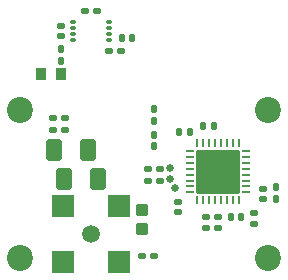
<source format=gbr>
%TF.GenerationSoftware,Altium Limited,Altium Designer,20.1.12 (249)*%
G04 Layer_Color=255*
%FSLAX45Y45*%
%MOMM*%
%TF.SameCoordinates,27206DED-D720-4121-B7EB-46A740E941A3*%
%TF.FilePolarity,Positive*%
%TF.FileFunction,Pads,Bot*%
%TF.Part,Single*%
G01*
G75*
%TA.AperFunction,SMDPad,CuDef*%
G04:AMPARAMS|DCode=12|XSize=1mm|YSize=1mm|CornerRadius=0.1mm|HoleSize=0mm|Usage=FLASHONLY|Rotation=0.000|XOffset=0mm|YOffset=0mm|HoleType=Round|Shape=RoundedRectangle|*
%AMROUNDEDRECTD12*
21,1,1.00000,0.80000,0,0,0.0*
21,1,0.80000,1.00000,0,0,0.0*
1,1,0.20000,0.40000,-0.40000*
1,1,0.20000,-0.40000,-0.40000*
1,1,0.20000,-0.40000,0.40000*
1,1,0.20000,0.40000,0.40000*
%
%ADD12ROUNDEDRECTD12*%
G04:AMPARAMS|DCode=16|XSize=0.9mm|YSize=1mm|CornerRadius=0.09mm|HoleSize=0mm|Usage=FLASHONLY|Rotation=0.000|XOffset=0mm|YOffset=0mm|HoleType=Round|Shape=RoundedRectangle|*
%AMROUNDEDRECTD16*
21,1,0.90000,0.82000,0,0,0.0*
21,1,0.72000,1.00000,0,0,0.0*
1,1,0.18000,0.36000,-0.41000*
1,1,0.18000,-0.36000,-0.41000*
1,1,0.18000,-0.36000,0.41000*
1,1,0.18000,0.36000,0.41000*
%
%ADD16ROUNDEDRECTD16*%
G04:AMPARAMS|DCode=17|XSize=1.8mm|YSize=1.3mm|CornerRadius=0.13mm|HoleSize=0mm|Usage=FLASHONLY|Rotation=270.000|XOffset=0mm|YOffset=0mm|HoleType=Round|Shape=RoundedRectangle|*
%AMROUNDEDRECTD17*
21,1,1.80000,1.04000,0,0,270.0*
21,1,1.54000,1.30000,0,0,270.0*
1,1,0.26000,-0.52000,-0.77000*
1,1,0.26000,-0.52000,0.77000*
1,1,0.26000,0.52000,0.77000*
1,1,0.26000,0.52000,-0.77000*
%
%ADD17ROUNDEDRECTD17*%
%ADD23C,0.63500*%
G04:AMPARAMS|DCode=27|XSize=0.5mm|YSize=0.65mm|CornerRadius=0.05mm|HoleSize=0mm|Usage=FLASHONLY|Rotation=180.000|XOffset=0mm|YOffset=0mm|HoleType=Round|Shape=RoundedRectangle|*
%AMROUNDEDRECTD27*
21,1,0.50000,0.55000,0,0,180.0*
21,1,0.40000,0.65000,0,0,180.0*
1,1,0.10000,-0.20000,0.27500*
1,1,0.10000,0.20000,0.27500*
1,1,0.10000,0.20000,-0.27500*
1,1,0.10000,-0.20000,-0.27500*
%
%ADD27ROUNDEDRECTD27*%
G04:AMPARAMS|DCode=29|XSize=0.6mm|YSize=0.5mm|CornerRadius=0.05mm|HoleSize=0mm|Usage=FLASHONLY|Rotation=270.000|XOffset=0mm|YOffset=0mm|HoleType=Round|Shape=RoundedRectangle|*
%AMROUNDEDRECTD29*
21,1,0.60000,0.40000,0,0,270.0*
21,1,0.50000,0.50000,0,0,270.0*
1,1,0.10000,-0.20000,-0.25000*
1,1,0.10000,-0.20000,0.25000*
1,1,0.10000,0.20000,0.25000*
1,1,0.10000,0.20000,-0.25000*
%
%ADD29ROUNDEDRECTD29*%
G04:AMPARAMS|DCode=30|XSize=0.6mm|YSize=0.5mm|CornerRadius=0.05mm|HoleSize=0mm|Usage=FLASHONLY|Rotation=180.000|XOffset=0mm|YOffset=0mm|HoleType=Round|Shape=RoundedRectangle|*
%AMROUNDEDRECTD30*
21,1,0.60000,0.40000,0,0,180.0*
21,1,0.50000,0.50000,0,0,180.0*
1,1,0.10000,-0.25000,0.20000*
1,1,0.10000,0.25000,0.20000*
1,1,0.10000,0.25000,-0.20000*
1,1,0.10000,-0.25000,-0.20000*
%
%ADD30ROUNDEDRECTD30*%
G04:AMPARAMS|DCode=32|XSize=0.5mm|YSize=0.65mm|CornerRadius=0.05mm|HoleSize=0mm|Usage=FLASHONLY|Rotation=90.000|XOffset=0mm|YOffset=0mm|HoleType=Round|Shape=RoundedRectangle|*
%AMROUNDEDRECTD32*
21,1,0.50000,0.55000,0,0,90.0*
21,1,0.40000,0.65000,0,0,90.0*
1,1,0.10000,0.27500,0.20000*
1,1,0.10000,0.27500,-0.20000*
1,1,0.10000,-0.27500,-0.20000*
1,1,0.10000,-0.27500,0.20000*
%
%ADD32ROUNDEDRECTD32*%
%TA.AperFunction,WasherPad*%
%ADD39C,2.20000*%
%TA.AperFunction,SMDPad,CuDef*%
G04:AMPARAMS|DCode=42|XSize=0.6mm|YSize=0.25mm|CornerRadius=0.025mm|HoleSize=0mm|Usage=FLASHONLY|Rotation=180.000|XOffset=0mm|YOffset=0mm|HoleType=Round|Shape=RoundedRectangle|*
%AMROUNDEDRECTD42*
21,1,0.60000,0.20000,0,0,180.0*
21,1,0.55000,0.25000,0,0,180.0*
1,1,0.05000,-0.27500,0.10000*
1,1,0.05000,0.27500,0.10000*
1,1,0.05000,0.27500,-0.10000*
1,1,0.05000,-0.27500,-0.10000*
%
%ADD42ROUNDEDRECTD42*%
G04:AMPARAMS|DCode=43|XSize=0.6mm|YSize=0.25mm|CornerRadius=0.025mm|HoleSize=0mm|Usage=FLASHONLY|Rotation=90.000|XOffset=0mm|YOffset=0mm|HoleType=Round|Shape=RoundedRectangle|*
%AMROUNDEDRECTD43*
21,1,0.60000,0.20000,0,0,90.0*
21,1,0.55000,0.25000,0,0,90.0*
1,1,0.05000,0.10000,0.27500*
1,1,0.05000,0.10000,-0.27500*
1,1,0.05000,-0.10000,-0.27500*
1,1,0.05000,-0.10000,0.27500*
%
%ADD43ROUNDEDRECTD43*%
G04:AMPARAMS|DCode=44|XSize=3.7mm|YSize=3.7mm|CornerRadius=0.0925mm|HoleSize=0mm|Usage=FLASHONLY|Rotation=180.000|XOffset=0mm|YOffset=0mm|HoleType=Round|Shape=RoundedRectangle|*
%AMROUNDEDRECTD44*
21,1,3.70000,3.51500,0,0,180.0*
21,1,3.51500,3.70000,0,0,180.0*
1,1,0.18500,-1.75750,1.75750*
1,1,0.18500,1.75750,1.75750*
1,1,0.18500,1.75750,-1.75750*
1,1,0.18500,-1.75750,-1.75750*
%
%ADD44ROUNDEDRECTD44*%
%ADD45O,0.65000X0.30000*%
%ADD46R,1.90500X1.90500*%
%ADD47C,1.52000*%
D12*
X1232500Y600000D02*
D03*
Y440000D02*
D03*
D16*
X547500Y1757500D02*
D03*
X377500D02*
D03*
D17*
X780000Y1115000D02*
D03*
X490001D02*
D03*
X865000Y867500D02*
D03*
X575000D02*
D03*
D23*
X1475000Y867500D02*
D03*
Y960000D02*
D03*
X1512500Y790000D02*
D03*
D27*
X2075000Y540000D02*
D03*
X1985000D02*
D03*
X1842500Y1315000D02*
D03*
X1752500D02*
D03*
X1547500Y1267500D02*
D03*
X1637500D02*
D03*
X1152500Y2062500D02*
D03*
X1062500D02*
D03*
D29*
X1332500Y1242500D02*
D03*
Y1142500D02*
D03*
X1332500Y1355000D02*
D03*
Y1455000D02*
D03*
X2367500Y700000D02*
D03*
Y800000D02*
D03*
X547500Y1965000D02*
D03*
Y1865000D02*
D03*
D30*
X580000Y1282500D02*
D03*
X480000D02*
D03*
X480000Y1382500D02*
D03*
X580000D02*
D03*
X955000Y1952500D02*
D03*
X1055000D02*
D03*
X750000Y2287500D02*
D03*
X850000D02*
D03*
X1385000Y952500D02*
D03*
X1285000D02*
D03*
X1285000Y852500D02*
D03*
X1385000D02*
D03*
X1332500Y212500D02*
D03*
X1232500D02*
D03*
D32*
X1537500Y585000D02*
D03*
Y675000D02*
D03*
X2262500Y695000D02*
D03*
Y785000D02*
D03*
X2185000Y485000D02*
D03*
Y575000D02*
D03*
X545000Y2162500D02*
D03*
Y2072500D02*
D03*
X1780000Y545000D02*
D03*
Y455000D02*
D03*
X1875001Y545000D02*
D03*
Y455000D02*
D03*
D39*
X200000Y1450000D02*
D03*
X2300000D02*
D03*
Y200000D02*
D03*
X200000D02*
D03*
D42*
X2117500Y1102500D02*
D03*
Y1052500D02*
D03*
Y1002500D02*
D03*
Y952500D02*
D03*
Y902500D02*
D03*
Y852500D02*
D03*
Y802500D02*
D03*
Y752500D02*
D03*
X1637500D02*
D03*
Y802500D02*
D03*
Y852500D02*
D03*
Y902500D02*
D03*
Y952500D02*
D03*
Y1002500D02*
D03*
Y1052500D02*
D03*
Y1102500D02*
D03*
D43*
X2052500Y687500D02*
D03*
X2002500D02*
D03*
X1952500D02*
D03*
X1902500D02*
D03*
X1852500D02*
D03*
X1802500D02*
D03*
X1752500D02*
D03*
X1702500D02*
D03*
Y1167500D02*
D03*
X1752500D02*
D03*
X1802500D02*
D03*
X1852500D02*
D03*
X1902500D02*
D03*
X1952500D02*
D03*
X2002500D02*
D03*
X2052500D02*
D03*
D44*
X1877500Y927500D02*
D03*
D45*
X955000Y2192500D02*
D03*
Y2142500D02*
D03*
Y2092499D02*
D03*
Y2042500D02*
D03*
X650000Y2192500D02*
D03*
Y2142500D02*
D03*
Y2092499D02*
D03*
Y2042500D02*
D03*
D46*
X562500Y637500D02*
D03*
X1037500D02*
D03*
X562500Y162500D02*
D03*
X1037500D02*
D03*
D47*
X800000Y400000D02*
D03*
%TF.MD5,7b2b754c30fc9ef76f32cf8411487377*%
M02*

</source>
